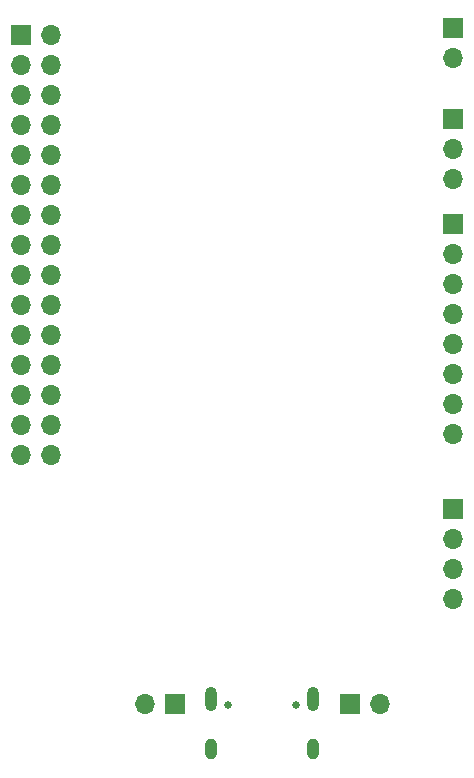
<source format=gbr>
%TF.GenerationSoftware,KiCad,Pcbnew,8.0.6*%
%TF.CreationDate,2024-12-02T04:17:19+07:00*%
%TF.ProjectId,PCB,5043422e-6b69-4636-9164-5f7063625858,rev?*%
%TF.SameCoordinates,Original*%
%TF.FileFunction,Soldermask,Bot*%
%TF.FilePolarity,Negative*%
%FSLAX46Y46*%
G04 Gerber Fmt 4.6, Leading zero omitted, Abs format (unit mm)*
G04 Created by KiCad (PCBNEW 8.0.6) date 2024-12-02 04:17:19*
%MOMM*%
%LPD*%
G01*
G04 APERTURE LIST*
%ADD10R,1.700000X1.700000*%
%ADD11O,1.700000X1.700000*%
%ADD12O,1.000000X1.800000*%
%ADD13O,1.000000X2.100000*%
%ADD14C,0.650000*%
G04 APERTURE END LIST*
D10*
%TO.C,U4*%
X135500000Y-32920000D03*
D11*
X135500000Y-35460000D03*
X135500000Y-38000000D03*
%TD*%
D10*
%TO.C,U3*%
X135500000Y-65960000D03*
D11*
X135500000Y-68500000D03*
X135500000Y-71040000D03*
X135500000Y-73580000D03*
%TD*%
%TO.C,J5*%
X101500000Y-61400000D03*
X98960000Y-61400000D03*
X101500000Y-58860000D03*
X98960000Y-58860000D03*
X101500000Y-56320000D03*
X98960000Y-56320000D03*
X101500000Y-53780000D03*
X98960000Y-53780000D03*
X101500000Y-51240000D03*
X98960000Y-51240000D03*
X101500000Y-48700000D03*
X98960000Y-48700000D03*
X101500000Y-46160000D03*
X98960000Y-46160000D03*
X101500000Y-43620000D03*
X98960000Y-43620000D03*
X101500000Y-41080000D03*
X98960000Y-41080000D03*
X101500000Y-38540000D03*
X98960000Y-38540000D03*
X101500000Y-36000000D03*
X98960000Y-36000000D03*
X101500000Y-33460000D03*
X98960000Y-33460000D03*
X101500000Y-30920000D03*
X98960000Y-30920000D03*
X101500000Y-28380000D03*
X98960000Y-28380000D03*
X101500000Y-25840000D03*
D10*
X98960000Y-25840000D03*
%TD*%
%TO.C,J2*%
X112000000Y-82500000D03*
D11*
X109460000Y-82500000D03*
%TD*%
%TO.C,D3*%
X135525000Y-27790000D03*
D10*
X135525000Y-25250000D03*
%TD*%
%TO.C,J4*%
X126750000Y-82475000D03*
D11*
X129290000Y-82475000D03*
%TD*%
D12*
%TO.C,JUSB1*%
X123640000Y-86255000D03*
D13*
X123640000Y-82075000D03*
D12*
X115000000Y-86255000D03*
D13*
X115000000Y-82075000D03*
D14*
X122210000Y-82575000D03*
X116430000Y-82575000D03*
%TD*%
D10*
%TO.C,J1*%
X135500000Y-41800000D03*
D11*
X135500000Y-44340000D03*
X135500000Y-46880000D03*
X135500000Y-49420000D03*
X135500000Y-51960000D03*
X135500000Y-54500000D03*
X135500000Y-57040000D03*
X135500000Y-59580000D03*
%TD*%
M02*

</source>
